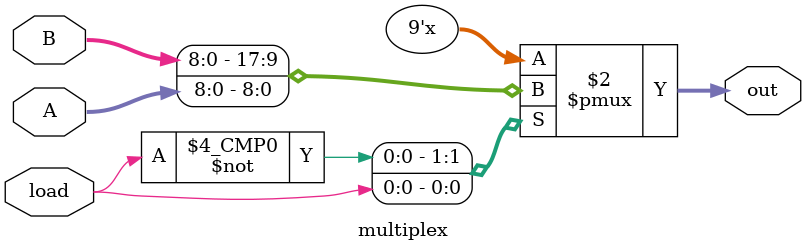
<source format=sv>
module multiplex(load,A,B,out);
input load;
input [8:0] A,B;
output reg [8:0] out;


always@(*)begin
case(load)
	1'b0:out=B;
	1'b1:out=A;
	default:out=1'bx;
endcase
end

endmodule


</source>
